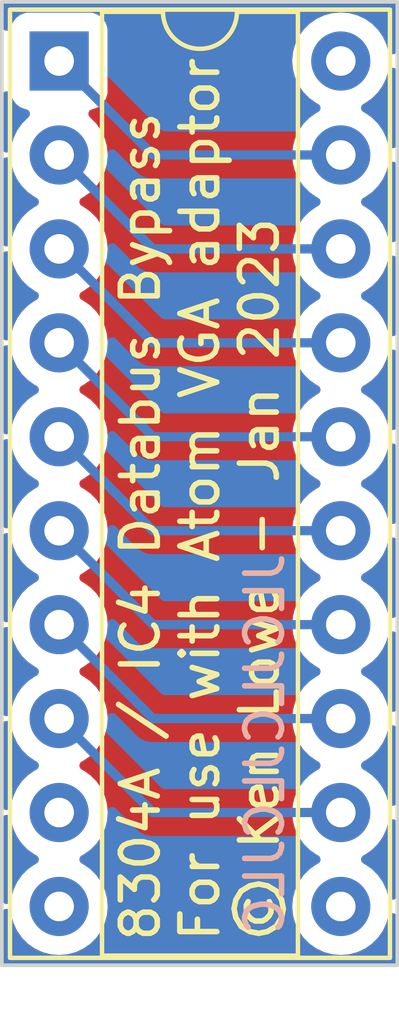
<source format=kicad_pcb>
(kicad_pcb (version 20221018) (generator pcbnew)
  (title_block (title "Acorn Atom IC4 Databus Bypass") (date "2023-10-03") (rev "01"))
  (layers (0 "F.Cu" signal) (31 "B.Cu" signal) (34 "B.Paste" user) (35 "F.Paste" user) (36 "B.SilkS" user "B.Silkscreen") (37 "F.SilkS" user "F.Silkscreen") (38 "B.Mask" user) (39 "F.Mask" user) (44 "Edge.Cuts" user))
  (net 0 "")
  (net 1 "/A0")
  (net 2 "/A1")
  (net 3 "/A2")
  (net 4 "/A3")
  (net 5 "/A4")
  (net 6 "/A5")
  (net 7 "/A6")
  (net 8 "/A7")
  (footprint "Package_DIP:DIP-20_W7.62mm_Socket" (layer "F.Cu") (at 116.586 65.024)
    (fp_text reference "U1" hide)
    (fp_text value "DP8304A")
    (fp_line (start -1.33 -1.39) (end -1.33 24.25) (stroke (width 0.12)) (layer "F.SilkS"))
    (fp_line (start -1.33 24.25) (end 8.95 24.25) (stroke (width 0.12)) (layer "F.SilkS"))
    (fp_line (start 1.16 -1.33) (end 1.16 24.19) (stroke (width 0.12)) (layer "F.SilkS"))
    (fp_line (start 1.16 24.19) (end 6.46 24.19) (stroke (width 0.12)) (layer "F.SilkS"))
    (fp_line (start 2.81 -1.33) (end 1.16 -1.33) (stroke (width 0.12)) (layer "F.SilkS"))
    (fp_line (start 6.46 -1.33) (end 4.81 -1.33) (stroke (width 0.12)) (layer "F.SilkS"))
    (fp_line (start 6.46 24.19) (end 6.46 -1.33) (stroke (width 0.12)) (layer "F.SilkS"))
    (fp_line (start 8.95 -1.39) (end -1.33 -1.39) (stroke (width 0.12)) (layer "F.SilkS"))
    (fp_line (start 8.95 24.25) (end 8.95 -1.39) (stroke (width 0.12)) (layer "F.SilkS"))
    (fp_arc (start 4.81 -1.33) (mid 3.81 -0.33) (end 2.81 -1.33) (stroke (width 0.12)) (layer "F.SilkS"))
    (pad "1" thru_hole rect (at 0 0) (size 1.6 1.6) (drill 0.8) (layers "*.Cu" "*.Mask") (net 1 "/A0"))
    (pad "2" thru_hole oval (at 0 2.54) (size 1.6 1.6) (drill 0.8) (layers "*.Cu" "*.Mask") (net 2 "/A1"))
    (pad "3" thru_hole oval (at 0 5.08) (size 1.6 1.6) (drill 0.8) (layers "*.Cu" "*.Mask") (net 3 "/A2"))
    (pad "4" thru_hole oval (at 0 7.62) (size 1.6 1.6) (drill 0.8) (layers "*.Cu" "*.Mask") (net 4 "/A3"))
    (pad "5" thru_hole oval (at 0 10.16) (size 1.6 1.6) (drill 0.8) (layers "*.Cu" "*.Mask") (net 5 "/A4"))
    (pad "6" thru_hole oval (at 0 12.7) (size 1.6 1.6) (drill 0.8) (layers "*.Cu" "*.Mask") (net 6 "/A5"))
    (pad "7" thru_hole oval (at 0 15.24) (size 1.6 1.6) (drill 0.8) (layers "*.Cu" "*.Mask") (net 7 "/A6"))
    (pad "8" thru_hole oval (at 0 17.78) (size 1.6 1.6) (drill 0.8) (layers "*.Cu" "*.Mask") (net 8 "/A7"))
    (pad "9" thru_hole oval (at 0 20.32) (size 1.6 1.6) (drill 0.8) (layers "*.Cu" "*.Mask"))
    (pad "10" thru_hole oval (at 0 22.86) (size 1.6 1.6) (drill 0.8) (layers "*.Cu" "*.Mask"))
    (pad "11" thru_hole oval (at 7.62 22.86) (size 1.6 1.6) (drill 0.8) (layers "*.Cu" "*.Mask"))
    (pad "12" thru_hole oval (at 7.62 20.32) (size 1.6 1.6) (drill 0.8) (layers "*.Cu" "*.Mask") (net 8 "/A7"))
    (pad "13" thru_hole oval (at 7.62 17.78) (size 1.6 1.6) (drill 0.8) (layers "*.Cu" "*.Mask") (net 7 "/A6"))
    (pad "14" thru_hole oval (at 7.62 15.24) (size 1.6 1.6) (drill 0.8) (layers "*.Cu" "*.Mask") (net 6 "/A5"))
    (pad "15" thru_hole oval (at 7.62 12.7) (size 1.6 1.6) (drill 0.8) (layers "*.Cu" "*.Mask") (net 5 "/A4"))
    (pad "16" thru_hole oval (at 7.62 10.16) (size 1.6 1.6) (drill 0.8) (layers "*.Cu" "*.Mask") (net 4 "/A3"))
    (pad "17" thru_hole oval (at 7.62 7.62) (size 1.6 1.6) (drill 0.8) (layers "*.Cu" "*.Mask") (net 3 "/A2"))
    (pad "18" thru_hole oval (at 7.62 5.08) (size 1.6 1.6) (drill 0.8) (layers "*.Cu" "*.Mask") (net 2 "/A1"))
    (pad "19" thru_hole oval (at 7.62 2.54) (size 1.6 1.6) (drill 0.8) (layers "*.Cu" "*.Mask") (net 1 "/A0"))
    (pad "20" thru_hole oval (at 7.62 0) (size 1.6 1.6) (drill 0.8) (layers "*.Cu" "*.Mask"))
  )
  (gr_line (start 125.736 63.424) (end 125.736 89.474) (stroke (width 0.1)) (layer "Edge.Cuts"))
  (gr_line (start 125.736 89.474) (end 115.036 89.474) (stroke (width 0.1)) (layer "Edge.Cuts"))
  (gr_line (start 115.036 89.474) (end 115.036 63.424) (stroke (width 0.1)) (layer "Edge.Cuts"))
  (gr_line (start 115.036 63.424) (end 125.736 63.424) (stroke (width 0.1)) (layer "Edge.Cuts"))
  (gr_text "JLCJLCJLCJLC" (at 122.148 83.49 90) (layer "B.SilkS") (effects (font (size 1 1)) (justify mirror)))
  (gr_text "8304A / IC4 Databus Bypass\nFor use with Atom VGA adaptor\n© Ken Lowe - Jan 2023" (at 120.396 88.9 90) (layer "F.SilkS") (effects (font (size 1 1)) (justify left)))
  (segment (start 124.206 67.564) (end 119.126 67.564) (width 0.25) (layer "B.Cu") (net 1))
  (segment (start 119.126 67.564) (end 116.586 65.024) (width 0.25) (layer "B.Cu") (net 1))
  (segment (start 119.126 70.104) (end 116.586 67.564) (width 0.25) (layer "B.Cu") (net 2))
  (segment (start 124.206 70.104) (end 119.126 70.104) (width 0.25) (layer "B.Cu") (net 2))
  (segment (start 119.126 72.644) (end 116.586 70.104) (width 0.25) (layer "B.Cu") (net 3))
  (segment (start 124.206 72.644) (end 119.126 72.644) (width 0.25) (layer "B.Cu") (net 3))
  (segment (start 119.126 75.184) (end 116.586 72.644) (width 0.25) (layer "B.Cu") (net 4))
  (segment (start 124.206 75.184) (end 119.126 75.184) (width 0.25) (layer "B.Cu") (net 4))
  (segment (start 119.126 77.724) (end 116.586 75.184) (width 0.25) (layer "B.Cu") (net 5))
  (segment (start 124.206 77.724) (end 119.126 77.724) (width 0.25) (layer "B.Cu") (net 5))
  (segment (start 119.126 80.264) (end 116.586 77.724) (width 0.25) (layer "B.Cu") (net 6))
  (segment (start 124.206 80.264) (end 119.126 80.264) (width 0.25) (layer "B.Cu") (net 6))
  (segment (start 124.206 82.804) (end 119.126 82.804) (width 0.25) (layer "B.Cu") (net 7))
  (segment (start 119.126 82.804) (end 116.586 80.264) (width 0.25) (layer "B.Cu") (net 7))
  (segment (start 119.126 85.344) (end 116.586 82.804) (width 0.25) (layer "B.Cu") (net 8))
  (segment (start 124.206 85.344) (end 119.126 85.344) (width 0.25) (layer "B.Cu") (net 8))
  (zone (net 0) (net_name "") (layers "F&B.Cu") (connect_pads (clearance 0.508)) (min_thickness 0.254) (fill yes (thermal_gap 0.508) (thermal_bridge_width 0.508))
    (polygon (pts (xy 125.736 89.474) (xy 115.036 89.474) (xy 115.036 63.424) (xy 125.736 63.424)))
  )
)
</source>
